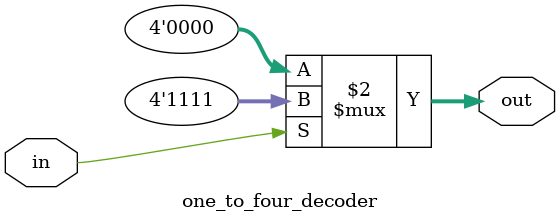
<source format=v>
module one_to_four_decoder
(
	input wire        in,	/// 1-bit input
	output wire [3:0] out	/// 4-bit output
);

	assign out =
		(in == 1'b0) ? 4'b0000 : 4'b1111;
		
endmodule

</source>
